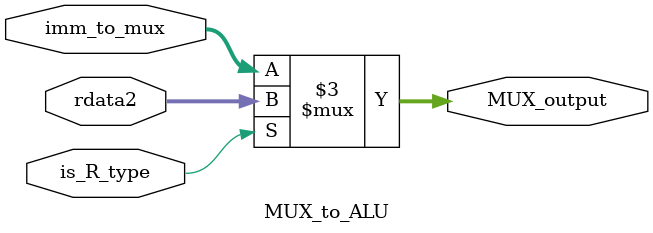
<source format=sv>
/*
 * Author: A.G. Hasan Zarook
 * University: University of Engineering and Technology, Lahore
 * Project: RISCV Pipeline Architecture
 * Date: 11th December 2024
 */
module MUX_to_ALU
(
    input  logic [31:0] rdata2,      
    input  logic [31:0] imm_to_mux,  
    input  logic        is_R_type,          
    output logic [31:0] MUX_output    // ALU input for b
);

    always_comb begin
        if (is_R_type)
            MUX_output = rdata2;
            
        else 
            MUX_output = imm_to_mux;  
    end
endmodule

</source>
